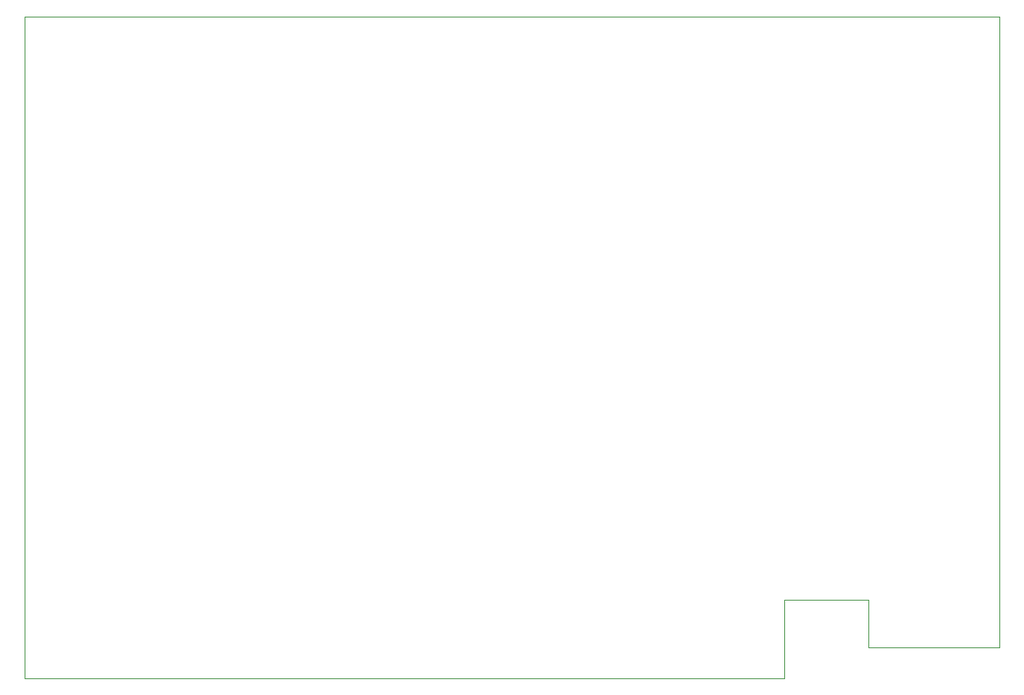
<source format=gko>
G75*
%MOIN*%
%OFA0B0*%
%FSLAX24Y24*%
%IPPOS*%
%LPD*%
%AMOC8*
5,1,8,0,0,1.08239X$1,22.5*
%
%ADD10C,0.0000*%
D10*
X000730Y000380D02*
X032630Y000380D01*
X032630Y003680D01*
X036180Y003680D01*
X036180Y001680D01*
X041680Y001680D01*
X041680Y028180D01*
X000730Y028180D01*
X000730Y000380D01*
M02*

</source>
